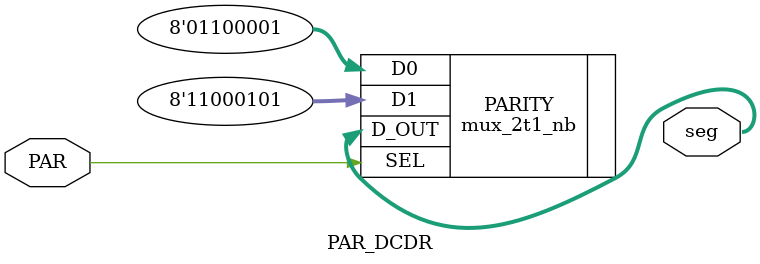
<source format=v>
`include "../Modules/mux_2t1_nb.v"




module PAR_DCDR(input PAR, output [7:0] seg);

mux_2t1_nb #(.n(8)) PARITY(.SEL(PAR),.D0(8'b01100001),.D1(8'b11000101),.D_OUT(seg));

endmodule


</source>
